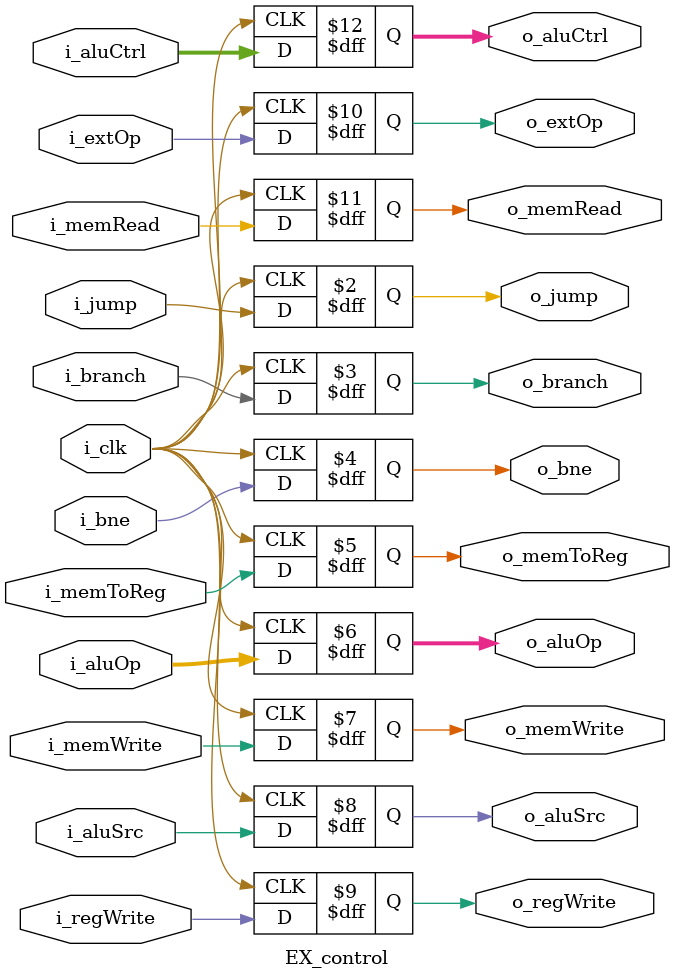
<source format=v>
module EX_control(
		i_clk,
		
		i_aluCtrl,

		i_jump, 
                i_branch,
                i_memToReg,
                i_aluOp,
                i_memWrite,
                i_aluSrc,
                i_regWrite,
	        i_extOp,
                i_memRead,
	        i_bne,

		o_aluCtrl,

		o_jump, 
                o_branch,
                o_memToReg,
                o_aluOp,
                o_memWrite,
                o_aluSrc,
                o_regWrite,
	        o_extOp,
                o_memRead,
	        o_bne
);

input            i_clk;

input            i_jump; 
input            i_branch;
input            i_bne;
input            i_memToReg;
input    [1:0]   i_aluOp;
input            i_memWrite;
input            i_aluSrc;
input            i_regWrite;
input            i_extOp;
input            i_memRead;
input     [3:0]      i_aluCtrl;

output   reg    o_jump; 
output   reg    o_branch;
output   reg    o_bne;
output   reg    o_memToReg;
output   reg  [1:0]   o_aluOp;
output   reg    o_memWrite;
output   reg    o_aluSrc;
output   reg    o_regWrite;
output   reg    o_extOp;
output   reg    o_memRead;
output   reg  [3:0]  o_aluCtrl;
always @(posedge i_clk) begin
	o_jump <= i_jump;
	o_branch <= i_branch;
	o_memToReg <= i_memToReg;
	o_aluOp <= i_aluOp;
	o_memWrite <= i_memWrite;
	o_aluSrc <= i_aluSrc;
	o_regWrite <= i_regWrite;
	o_extOp <= i_extOp;
	o_memRead <= i_memRead;
	o_bne <= i_bne;
	o_aluCtrl <= i_aluCtrl;

end
endmodule

</source>
